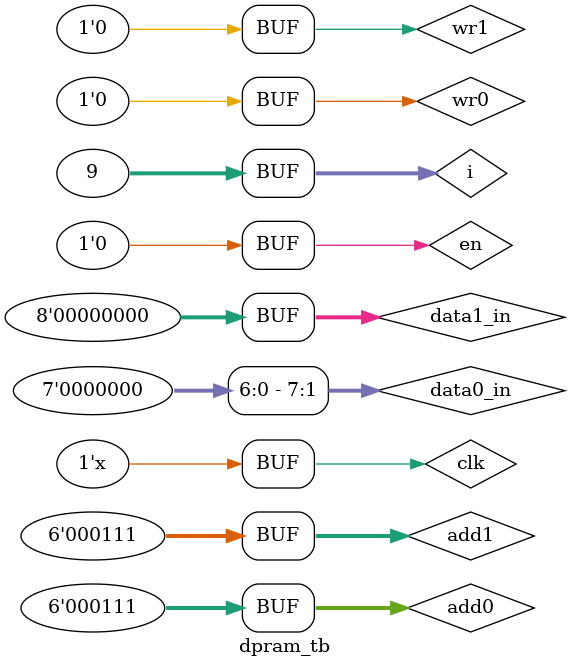
<source format=v>
`timescale 1ns/1ps

module dpram_tb;

reg clk,en,wr0,wr1;
reg[7:0] data0_in,data1_in;
reg[5:0] add0,add1;
wire[7:0] data0_out,data1_out;
integer i;

dpram dut(.clk(clk),.wr0(wr0),.wr1(wr1),.en(en),
		  .data0_in(data0_in),.data1_in(data1_in),
		  .add0(add0),.add1(add1),
		  .data0_out(data0_out),.data1_out(data1_out));

always #5 clk = ~clk;

initial begin
        // Initialize Inputs
        clk = 0;
        en = 0;
	add0 = 0;
        add1 = 0;
        wr0 = 0;
        wr1 = 0;
        data0_in = 0;
        data1_in = 0;
        #20;
        //Write in the locations of DPRAM
        en = 1;  
        wr0 = 0;
      for(i=1; i <= 8; i = i + 1) begin
            data0_in = $random;
            add0 = i-1;
            #10;
      end
        wr1 = 1;
        //Read from second port from the locations of DPRAM.
      for(i=1; i <= 8; i = i + 1) begin
            add1 = i-1;
            #10;
      end
	wr1 = 0;
        en = 0;
end
      
endmodule

</source>
